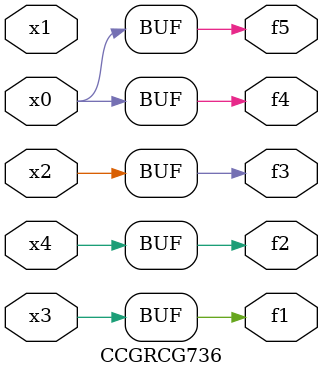
<source format=v>
module CCGRCG736(
	input x0, x1, x2, x3, x4,
	output f1, f2, f3, f4, f5
);
	assign f1 = x3;
	assign f2 = x4;
	assign f3 = x2;
	assign f4 = x0;
	assign f5 = x0;
endmodule

</source>
